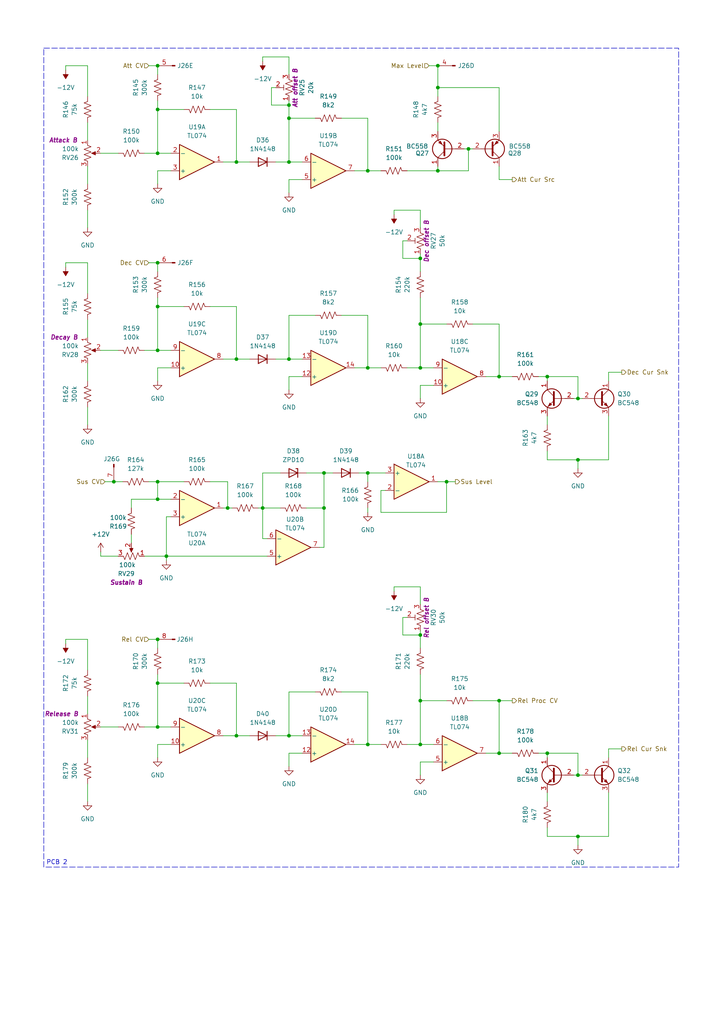
<source format=kicad_sch>
(kicad_sch (version 20250114) (generator "eeschema") (generator_version "9.0")
  (paper "A4" portrait)
  (title_block (comment 1 "PCB for 15cm Kosmo format synthesizer module"))
  (lib_symbols
    (symbol "Amplifier_Operational:TL074" (pin_names (offset 0.127))
      (property "Reference" "U" (at 0 5.08 0))
      (property "Value" "TL074" (at 0 -5.08 0))
      (symbol "TL074_1_1"
        (pin input line (at -7.62 2.54 0) (length 2.54) (name "+") (number "3"))
        (pin input line (at -7.62 -2.54 0) (length 2.54) (name "-") (number "2"))
        (pin output line (at 7.62 0 180) (length 2.54) (name "~") (number "1"))
      )
      (symbol "TL074_2_1"
        (pin input line (at -7.62 2.54 0) (length 2.54) (name "+") (number "5"))
        (pin input line (at -7.62 -2.54 0) (length 2.54) (name "-") (number "6"))
        (pin output line (at 7.62 0 180) (length 2.54) (name "~") (number "7"))
      )
      (symbol "TL074_3_1"
        (pin input line (at -7.62 2.54 0) (length 2.54) (name "+") (number "10"))
        (pin input line (at -7.62 -2.54 0) (length 2.54) (name "-") (number "9"))
        (pin output line (at 7.62 0 180) (length 2.54) (name "~") (number "8"))
      )
      (symbol "TL074_4_1"
        (pin input line (at -7.62 2.54 0) (length 2.54) (name "+") (number "12"))
        (pin input line (at -7.62 -2.54 0) (length 2.54) (name "-") (number "13"))
        (pin output line (at 7.62 0 180) (length 2.54) (name "~") (number "14"))
      )
      (symbol "TL074_5_1"
        (pin power_in line (at -2.54 7.62 270) (length 3.81) (name "V+") (number "4"))
        (pin power_in line (at -2.54 -7.62 90) (length 3.81) (name "V-") (number "11"))
      )
    )
    (symbol "Device:R_Potentiometer_Trim_US" (pin_names (offset 1.016) (hide yes))
      (property "Reference" "RV" (at -4.445 0 90))
      (property "Value" "R_Potentiometer_Trim_US" (at -2.54 0 90))
      (symbol "R_Potentiometer_Trim_US_1_1"
        (pin passive line (at 0 3.81 270) (length 1.27) (name "1") (number "1"))
        (pin passive line (at 0 -3.81 90) (length 1.27) (name "3") (number "3"))
        (pin passive line (at 3.81 0 180) (length 1.27) (name "2") (number "2"))
      )
    )
    (symbol "Device:R_Potentiometer_US" (pin_names (offset 1.016) (hide yes))
      (property "Reference" "RV" (at -4.445 0 90))
      (property "Value" "R_Potentiometer_US" (at -2.54 0 90))
      (symbol "R_Potentiometer_US_1_1"
        (pin passive line (at 0 3.81 270) (length 1.27) (name "1") (number "1"))
        (pin passive line (at 0 -3.81 90) (length 1.27) (name "3") (number "3"))
        (pin passive line (at 3.81 0 180) (length 1.27) (name "2") (number "2"))
      )
    )
    (symbol "Device:R_US" (pin_numbers (hide yes)) (pin_names (offset 0))
      (property "Reference" "R" (at 2.54 0 90))
      (property "Value" "R_US" (at -2.54 0 90))
      (symbol "R_US_1_1"
        (pin passive line (at 0 3.81 270) (length 1.27) (name "~") (number "1"))
        (pin passive line (at 0 -3.81 90) (length 1.27) (name "~") (number "2"))
      )
    )
    (symbol "Diode:1N4148" (pin_numbers (hide yes)) (pin_names (hide yes))
      (property "Reference" "D" (at 0 2.54 0))
      (property "Value" "1N4148" (at 0 -2.54 0))
      (symbol "1N4148_1_1"
        (pin passive line (at -3.81 0 0) (length 2.54) (name "K") (number "1"))
        (pin passive line (at 3.81 0 180) (length 2.54) (name "A") (number "2"))
      )
    )
    (symbol "Diode:ZPDxx" (pin_numbers (hide yes)) (pin_names (hide yes))
      (property "Reference" "D" (at 0 2.54 0))
      (property "Value" "ZPDxx" (at 0 -2.54 0))
      (symbol "ZPDxx_1_1"
        (pin passive line (at -3.81 0 0) (length 2.54) (name "K") (number "1"))
        (pin passive line (at 3.81 0 180) (length 2.54) (name "A") (number "2"))
      )
    )
    (symbol "SynthStuff:Conn_01x10_PinHeader" (pin_names (offset 1.016) (hide yes))
      (property "Reference" "J" (at 0 2.54 0))
      (symbol "Conn_01x10_PinHeader_1_1"
        (pin passive line (at 5.08 0 180) (length 3.81) (name "Pin_1") (number "1"))
      )
      (symbol "Conn_01x10_PinHeader_2_1"
        (pin passive line (at 5.08 0 180) (length 3.81) (name "Pin_2") (number "2"))
      )
      (symbol "Conn_01x10_PinHeader_3_1"
        (pin passive line (at 5.08 0 180) (length 3.81) (name "Pin_3") (number "3"))
      )
      (symbol "Conn_01x10_PinHeader_4_1"
        (pin passive line (at 5.08 0 180) (length 3.81) (name "Pin_4") (number "4"))
      )
      (symbol "Conn_01x10_PinHeader_5_1"
        (pin passive line (at 5.08 0 180) (length 3.81) (name "Pin_5") (number "5"))
      )
      (symbol "Conn_01x10_PinHeader_6_1"
        (pin passive line (at 5.08 0 180) (length 3.81) (name "Pin_6") (number "6"))
      )
      (symbol "Conn_01x10_PinHeader_7_1"
        (pin passive line (at 5.08 0 180) (length 3.81) (name "Pin_7") (number "7"))
      )
      (symbol "Conn_01x10_PinHeader_8_1"
        (pin passive line (at 5.08 0 180) (length 3.81) (name "Pin_8") (number "8"))
      )
      (symbol "Conn_01x10_PinHeader_9_1"
        (pin passive line (at 5.08 0 180) (length 3.81) (name "Pin_9") (number "9"))
      )
      (symbol "Conn_01x10_PinHeader_10_1"
        (pin passive line (at 5.08 0 180) (length 3.81) (name "Pin_10") (number "10"))
      )
    )
    (symbol "Transistor_BJT:BC548" (pin_names (offset 0) (hide yes))
      (property "Reference" "Q" (at 5.08 1.905 0))
      (property "Value" "BC548" (at 5.08 0 0))
      (symbol "BC548_1_1"
        (pin input line (at -5.08 0 0) (length 2.54) (name "B") (number "2"))
        (pin passive line (at 2.54 5.08 270) (length 2.54) (name "C") (number "1"))
        (pin passive line (at 2.54 -5.08 90) (length 2.54) (name "E") (number "3"))
      )
    )
    (symbol "Transistor_BJT:BC558" (pin_names (offset 0) (hide yes))
      (property "Reference" "Q" (at 5.08 1.905 0))
      (property "Value" "BC558" (at 5.08 0 0))
      (symbol "BC558_1_1"
        (pin input line (at -5.08 0 0) (length 2.54) (name "B") (number "2"))
        (pin passive line (at 2.54 5.08 270) (length 2.54) (name "C") (number "1"))
        (pin passive line (at 2.54 -5.08 90) (length 2.54) (name "E") (number "3"))
      )
    )
    (symbol "power:+12V" (power) (pin_numbers (hide yes)) (pin_names (offset 0) (hide yes))
      (property "Value" "+12V" (at 0 3.556 0))
      (symbol "+12V_1_1"
        (pin power_in line (at 0 0 90) (length 0) (name "~") (number "1"))
      )
    )
    (symbol "power:-12V" (power) (pin_numbers (hide yes)) (pin_names (offset 0) (hide yes))
      (property "Value" "-12V" (at 0 3.556 0))
      (symbol "-12V_0_0"
        (pin power_in line (at 0 0 90) (length 0) (name "~") (number "1"))
      )
    )
    (symbol "power:GND" (power) (pin_numbers (hide yes)) (pin_names (offset 0) (hide yes))
      (property "Value" "GND" (at 0 -3.81 0))
      (symbol "GND_1_1"
        (pin power_in line (at 0 0 270) (length 0) (name "~") (number "1"))
      )
    )
  )
  (rectangle (start 12.7 13.97) (end 196.85 251.46) (stroke (width 0) (type dash)))
  (text "PCB 2" (at 16.51 250.19 0) (effects (font (size 1.27 1.27))))
  (junction (at 167.64 242.57))
  (junction (at 144.78 109.22))
  (junction (at 93.98 137.16))
  (junction (at 127 19.05))
  (junction (at 76.2 147.32))
  (junction (at 68.58 213.36))
  (junction (at 45.72 76.2))
  (junction (at 45.72 44.45))
  (junction (at 45.72 185.42))
  (junction (at 135.89 43.18))
  (junction (at 45.72 19.05))
  (junction (at 68.58 46.99))
  (junction (at 121.92 74.93))
  (junction (at 121.92 215.9))
  (junction (at 83.82 30.48))
  (junction (at 158.75 109.22))
  (junction (at 48.26 161.29))
  (junction (at 45.72 144.78))
  (junction (at 106.68 137.16))
  (junction (at 121.92 93.98))
  (junction (at 93.98 147.32))
  (junction (at 106.68 106.68))
  (junction (at 45.72 101.6))
  (junction (at 121.92 106.68))
  (junction (at 68.58 104.14))
  (junction (at 45.72 210.82))
  (junction (at 45.72 88.9))
  (junction (at 144.78 203.2))
  (junction (at 127 49.53))
  (junction (at 129.54 139.7))
  (junction (at 167.64 224.79))
  (junction (at 106.68 215.9))
  (junction (at 83.82 46.99))
  (junction (at 158.75 218.44))
  (junction (at 45.72 198.12))
  (junction (at 121.92 184.15))
  (junction (at 144.78 218.44))
  (junction (at 83.82 34.29))
  (junction (at 66.04 147.32))
  (junction (at 121.92 203.2))
  (junction (at 33.02 139.7))
  (junction (at 106.68 49.53))
  (junction (at 127 25.4))
  (junction (at 45.72 139.7))
  (junction (at 45.72 31.75))
  (junction (at 167.64 133.35))
  (junction (at 167.64 115.57))
  (junction (at 83.82 104.14))
  (junction (at 83.82 213.36))
  (wire (pts (xy 25.4 92.71) (xy 25.4 97.79)))
  (wire (pts (xy 45.72 185.42) (xy 45.72 187.96)))
  (wire (pts (xy 64.77 104.14) (xy 68.58 104.14)))
  (wire (pts (xy 29.21 44.45) (xy 34.29 44.45)))
  (wire (pts (xy 121.92 106.68) (xy 125.73 106.68)))
  (wire (pts (xy 111.76 137.16) (xy 106.68 137.16)))
  (wire (pts (xy 176.53 107.95) (xy 176.53 110.49)))
  (wire (pts (xy 158.75 229.87) (xy 158.75 232.41)))
  (wire (pts (xy 49.53 149.86) (xy 48.26 149.86)))
  (wire (pts (xy 45.72 210.82) (xy 49.53 210.82)))
  (wire (pts (xy 158.75 218.44) (xy 167.64 218.44)))
  (wire (pts (xy 33.02 139.7) (xy 30.48 139.7)))
  (wire (pts (xy 25.4 118.11) (xy 25.4 123.19)))
  (wire (pts (xy 121.92 203.2) (xy 121.92 215.9)))
  (wire (pts (xy 106.68 49.53) (xy 110.49 49.53)))
  (wire (pts (xy 41.91 101.6) (xy 45.72 101.6)))
  (wire (pts (xy 129.54 139.7) (xy 127 139.7)))
  (wire (pts (xy 93.98 137.16) (xy 93.98 147.32)))
  (wire (pts (xy 121.92 170.18) (xy 121.92 175.26)))
  (wire (pts (xy 158.75 130.81) (xy 158.75 133.35)))
  (wire (pts (xy 41.91 210.82) (xy 45.72 210.82)))
  (wire (pts (xy 25.4 35.56) (xy 25.4 40.64)))
  (wire (pts (xy 38.1 154.94) (xy 38.1 157.48)))
  (wire (pts (xy 106.68 49.53) (xy 102.87 49.53)))
  (wire (pts (xy 80.01 213.36) (xy 83.82 213.36)))
  (wire (pts (xy 38.1 144.78) (xy 45.72 144.78)))
  (wire (pts (xy 166.37 115.57) (xy 167.64 115.57)))
  (wire (pts (xy 88.9 137.16) (xy 93.98 137.16)))
  (wire (pts (xy 114.3 62.23) (xy 114.3 60.96)))
  (wire (pts (xy 76.2 156.21) (xy 76.2 147.32)))
  (wire (pts (xy 76.2 137.16) (xy 76.2 147.32)))
  (wire (pts (xy 25.4 185.42) (xy 25.4 194.31)))
  (wire (pts (xy 68.58 88.9) (xy 68.58 104.14)))
  (wire (pts (xy 148.59 203.2) (xy 144.78 203.2)))
  (wire (pts (xy 19.05 19.05) (xy 25.4 19.05)))
  (wire (pts (xy 144.78 52.07) (xy 144.78 48.26)))
  (wire (pts (xy 167.64 115.57) (xy 168.91 115.57)))
  (wire (pts (xy 68.58 104.14) (xy 72.39 104.14)))
  (wire (pts (xy 99.06 200.66) (xy 106.68 200.66)))
  (wire (pts (xy 167.64 218.44) (xy 167.64 224.79)))
  (wire (pts (xy 158.75 242.57) (xy 167.64 242.57)))
  (wire (pts (xy 114.3 170.18) (xy 121.92 170.18)))
  (wire (pts (xy 166.37 224.79) (xy 167.64 224.79)))
  (wire (pts (xy 83.82 213.36) (xy 87.63 213.36)))
  (wire (pts (xy 45.72 86.36) (xy 45.72 88.9)))
  (wire (pts (xy 158.75 133.35) (xy 167.64 133.35)))
  (wire (pts (xy 45.72 76.2) (xy 45.72 78.74)))
  (wire (pts (xy 158.75 218.44) (xy 158.75 219.71)))
  (wire (pts (xy 144.78 218.44) (xy 148.59 218.44)))
  (wire (pts (xy 25.4 48.26) (xy 25.4 53.34)))
  (wire (pts (xy 25.4 19.05) (xy 25.4 27.94)))
  (wire (pts (xy 125.73 220.98) (xy 121.92 220.98)))
  (wire (pts (xy 158.75 109.22) (xy 158.75 110.49)))
  (wire (pts (xy 60.96 139.7) (xy 66.04 139.7)))
  (wire (pts (xy 83.82 34.29) (xy 91.44 34.29)))
  (wire (pts (xy 137.16 93.98) (xy 144.78 93.98)))
  (wire (pts (xy 25.4 105.41) (xy 25.4 110.49)))
  (wire (pts (xy 83.82 34.29) (xy 83.82 46.99)))
  (wire (pts (xy 121.92 74.93) (xy 121.92 78.74)))
  (wire (pts (xy 121.92 220.98) (xy 121.92 224.79)))
  (wire (pts (xy 102.87 215.9) (xy 106.68 215.9)))
  (wire (pts (xy 167.64 133.35) (xy 167.64 135.89)))
  (wire (pts (xy 176.53 120.65) (xy 176.53 133.35)))
  (wire (pts (xy 106.68 106.68) (xy 110.49 106.68)))
  (wire (pts (xy 110.49 142.24) (xy 110.49 148.59)))
  (wire (pts (xy 111.76 142.24) (xy 110.49 142.24)))
  (wire (pts (xy 118.11 69.85) (xy 116.84 69.85)))
  (wire (pts (xy 19.05 77.47) (xy 19.05 76.2)))
  (wire (pts (xy 76.2 147.32) (xy 74.93 147.32)))
  (wire (pts (xy 25.4 227.33) (xy 25.4 232.41)))
  (wire (pts (xy 135.89 43.18) (xy 137.16 43.18)))
  (wire (pts (xy 80.01 104.14) (xy 83.82 104.14)))
  (wire (pts (xy 106.68 137.16) (xy 106.68 139.7)))
  (wire (pts (xy 180.34 107.95) (xy 176.53 107.95)))
  (wire (pts (xy 49.53 49.53) (xy 45.72 49.53)))
  (wire (pts (xy 83.82 52.07) (xy 83.82 55.88)))
  (wire (pts (xy 43.18 76.2) (xy 45.72 76.2)))
  (wire (pts (xy 106.68 147.32) (xy 106.68 148.59)))
  (wire (pts (xy 106.68 91.44) (xy 106.68 106.68)))
  (wire (pts (xy 60.96 31.75) (xy 68.58 31.75)))
  (wire (pts (xy 124.46 19.05) (xy 127 19.05)))
  (wire (pts (xy 48.26 149.86) (xy 48.26 161.29)))
  (wire (pts (xy 45.72 44.45) (xy 49.53 44.45)))
  (wire (pts (xy 93.98 158.75) (xy 92.71 158.75)))
  (wire (pts (xy 118.11 215.9) (xy 121.92 215.9)))
  (wire (pts (xy 45.72 139.7) (xy 43.18 139.7)))
  (wire (pts (xy 48.26 161.29) (xy 48.26 162.56)))
  (wire (pts (xy 49.53 106.68) (xy 45.72 106.68)))
  (wire (pts (xy 116.84 74.93) (xy 121.92 74.93)))
  (wire (pts (xy 134.62 43.18) (xy 135.89 43.18)))
  (wire (pts (xy 80.01 46.99) (xy 83.82 46.99)))
  (wire (pts (xy 118.11 106.68) (xy 121.92 106.68)))
  (wire (pts (xy 25.4 214.63) (xy 25.4 219.71)))
  (wire (pts (xy 68.58 213.36) (xy 72.39 213.36)))
  (wire (pts (xy 137.16 203.2) (xy 144.78 203.2)))
  (wire (pts (xy 19.05 76.2) (xy 25.4 76.2)))
  (wire (pts (xy 106.68 215.9) (xy 110.49 215.9)))
  (wire (pts (xy 29.21 161.29) (xy 29.21 160.02)))
  (wire (pts (xy 66.04 147.32) (xy 64.77 147.32)))
  (wire (pts (xy 19.05 185.42) (xy 25.4 185.42)))
  (wire (pts (xy 77.47 161.29) (xy 48.26 161.29)))
  (wire (pts (xy 45.72 215.9) (xy 45.72 219.71)))
  (wire (pts (xy 144.78 203.2) (xy 144.78 218.44)))
  (wire (pts (xy 144.78 218.44) (xy 140.97 218.44)))
  (wire (pts (xy 129.54 148.59) (xy 129.54 139.7)))
  (wire (pts (xy 45.72 101.6) (xy 49.53 101.6)))
  (wire (pts (xy 127 49.53) (xy 135.89 49.53)))
  (wire (pts (xy 81.28 137.16) (xy 76.2 137.16)))
  (wire (pts (xy 25.4 76.2) (xy 25.4 85.09)))
  (wire (pts (xy 127 25.4) (xy 127 27.94)))
  (wire (pts (xy 99.06 34.29) (xy 106.68 34.29)))
  (wire (pts (xy 106.68 137.16) (xy 104.14 137.16)))
  (wire (pts (xy 132.08 139.7) (xy 129.54 139.7)))
  (wire (pts (xy 121.92 195.58) (xy 121.92 203.2)))
  (wire (pts (xy 66.04 139.7) (xy 66.04 147.32)))
  (wire (pts (xy 156.21 109.22) (xy 158.75 109.22)))
  (wire (pts (xy 121.92 111.76) (xy 121.92 115.57)))
  (wire (pts (xy 64.77 213.36) (xy 68.58 213.36)))
  (wire (pts (xy 68.58 46.99) (xy 72.39 46.99)))
  (wire (pts (xy 127 35.56) (xy 127 38.1)))
  (wire (pts (xy 114.3 60.96) (xy 121.92 60.96)))
  (wire (pts (xy 45.72 88.9) (xy 45.72 101.6)))
  (wire (pts (xy 45.72 198.12) (xy 45.72 210.82)))
  (wire (pts (xy 81.28 147.32) (xy 76.2 147.32)))
  (wire (pts (xy 129.54 203.2) (xy 121.92 203.2)))
  (wire (pts (xy 158.75 120.65) (xy 158.75 123.19)))
  (wire (pts (xy 68.58 198.12) (xy 68.58 213.36)))
  (wire (pts (xy 80.01 25.4) (xy 78.74 25.4)))
  (wire (pts (xy 34.29 161.29) (xy 29.21 161.29)))
  (wire (pts (xy 41.91 44.45) (xy 45.72 44.45)))
  (wire (pts (xy 83.82 109.22) (xy 83.82 113.03)))
  (wire (pts (xy 116.84 179.07) (xy 116.84 184.15)))
  (wire (pts (xy 158.75 109.22) (xy 167.64 109.22)))
  (wire (pts (xy 118.11 49.53) (xy 127 49.53)))
  (wire (pts (xy 83.82 29.21) (xy 83.82 30.48)))
  (wire (pts (xy 68.58 46.99) (xy 64.77 46.99)))
  (wire (pts (xy 19.05 185.42) (xy 19.05 186.69)))
  (wire (pts (xy 45.72 198.12) (xy 53.34 198.12)))
  (wire (pts (xy 87.63 218.44) (xy 83.82 218.44)))
  (wire (pts (xy 49.53 215.9) (xy 45.72 215.9)))
  (wire (pts (xy 83.82 91.44) (xy 83.82 104.14)))
  (wire (pts (xy 121.92 73.66) (xy 121.92 74.93)))
  (wire (pts (xy 167.64 109.22) (xy 167.64 115.57)))
  (wire (pts (xy 176.53 229.87) (xy 176.53 242.57)))
  (wire (pts (xy 83.82 218.44) (xy 83.82 222.25)))
  (wire (pts (xy 83.82 16.51) (xy 83.82 21.59)))
  (wire (pts (xy 83.82 104.14) (xy 87.63 104.14)))
  (wire (pts (xy 96.52 137.16) (xy 93.98 137.16)))
  (wire (pts (xy 91.44 200.66) (xy 83.82 200.66)))
  (wire (pts (xy 60.96 198.12) (xy 68.58 198.12)))
  (wire (pts (xy 83.82 46.99) (xy 87.63 46.99)))
  (wire (pts (xy 43.18 19.05) (xy 45.72 19.05)))
  (wire (pts (xy 45.72 195.58) (xy 45.72 198.12)))
  (wire (pts (xy 121.92 182.88) (xy 121.92 184.15)))
  (wire (pts (xy 45.72 144.78) (xy 49.53 144.78)))
  (wire (pts (xy 125.73 111.76) (xy 121.92 111.76)))
  (wire (pts (xy 45.72 31.75) (xy 45.72 44.45)))
  (wire (pts (xy 43.18 185.42) (xy 45.72 185.42)))
  (wire (pts (xy 29.21 101.6) (xy 34.29 101.6)))
  (wire (pts (xy 45.72 139.7) (xy 45.72 144.78)))
  (wire (pts (xy 148.59 52.07) (xy 144.78 52.07)))
  (wire (pts (xy 78.74 30.48) (xy 83.82 30.48)))
  (wire (pts (xy 35.56 139.7) (xy 33.02 139.7)))
  (wire (pts (xy 121.92 60.96) (xy 121.92 66.04)))
  (wire (pts (xy 110.49 148.59) (xy 129.54 148.59)))
  (wire (pts (xy 135.89 49.53) (xy 135.89 43.18)))
  (wire (pts (xy 29.21 210.82) (xy 34.29 210.82)))
  (wire (pts (xy 118.11 179.07) (xy 116.84 179.07)))
  (wire (pts (xy 106.68 34.29) (xy 106.68 49.53)))
  (wire (pts (xy 167.64 242.57) (xy 167.64 245.11)))
  (wire (pts (xy 121.92 93.98) (xy 121.92 106.68)))
  (wire (pts (xy 144.78 25.4) (xy 127 25.4)))
  (wire (pts (xy 116.84 69.85) (xy 116.84 74.93)))
  (wire (pts (xy 180.34 217.17) (xy 176.53 217.17)))
  (wire (pts (xy 158.75 240.03) (xy 158.75 242.57)))
  (wire (pts (xy 129.54 93.98) (xy 121.92 93.98)))
  (wire (pts (xy 106.68 200.66) (xy 106.68 215.9)))
  (wire (pts (xy 127 19.05) (xy 127 25.4)))
  (wire (pts (xy 76.2 17.78) (xy 76.2 16.51)))
  (wire (pts (xy 114.3 171.45) (xy 114.3 170.18)))
  (wire (pts (xy 68.58 31.75) (xy 68.58 46.99)))
  (wire (pts (xy 144.78 109.22) (xy 148.59 109.22)))
  (wire (pts (xy 176.53 217.17) (xy 176.53 219.71)))
  (wire (pts (xy 91.44 91.44) (xy 83.82 91.44)))
  (wire (pts (xy 48.26 161.29) (xy 41.91 161.29)))
  (wire (pts (xy 45.72 31.75) (xy 53.34 31.75)))
  (wire (pts (xy 93.98 147.32) (xy 93.98 158.75)))
  (wire (pts (xy 25.4 60.96) (xy 25.4 66.04)))
  (wire (pts (xy 87.63 109.22) (xy 83.82 109.22)))
  (wire (pts (xy 45.72 49.53) (xy 45.72 53.34)))
  (wire (pts (xy 102.87 106.68) (xy 106.68 106.68)))
  (wire (pts (xy 76.2 16.51) (xy 83.82 16.51)))
  (wire (pts (xy 25.4 201.93) (xy 25.4 207.01)))
  (wire (pts (xy 53.34 139.7) (xy 45.72 139.7)))
  (wire (pts (xy 116.84 184.15) (xy 121.92 184.15)))
  (wire (pts (xy 83.82 30.48) (xy 83.82 34.29)))
  (wire (pts (xy 19.05 20.32) (xy 19.05 19.05)))
  (wire (pts (xy 144.78 109.22) (xy 140.97 109.22)))
  (wire (pts (xy 77.47 156.21) (xy 76.2 156.21)))
  (wire (pts (xy 144.78 93.98) (xy 144.78 109.22)))
  (wire (pts (xy 99.06 91.44) (xy 106.68 91.44)))
  (wire (pts (xy 167.64 224.79) (xy 168.91 224.79)))
  (wire (pts (xy 156.21 218.44) (xy 158.75 218.44)))
  (wire (pts (xy 121.92 184.15) (xy 121.92 187.96)))
  (wire (pts (xy 144.78 38.1) (xy 144.78 25.4)))
  (wire (pts (xy 87.63 52.07) (xy 83.82 52.07)))
  (wire (pts (xy 127 49.53) (xy 127 48.26)))
  (wire (pts (xy 45.72 19.05) (xy 45.72 21.59)))
  (wire (pts (xy 88.9 147.32) (xy 93.98 147.32)))
  (wire (pts (xy 67.31 147.32) (xy 66.04 147.32)))
  (wire (pts (xy 83.82 200.66) (xy 83.82 213.36)))
  (wire (pts (xy 60.96 88.9) (xy 68.58 88.9)))
  (wire (pts (xy 45.72 106.68) (xy 45.72 110.49)))
  (wire (pts (xy 45.72 29.21) (xy 45.72 31.75)))
  (wire (pts (xy 121.92 86.36) (xy 121.92 93.98)))
  (wire (pts (xy 121.92 215.9) (xy 125.73 215.9)))
  (wire (pts (xy 38.1 147.32) (xy 38.1 144.78)))
  (wire (pts (xy 78.74 25.4) (xy 78.74 30.48)))
  (wire (pts (xy 176.53 133.35) (xy 167.64 133.35)))
  (wire (pts (xy 45.72 88.9) (xy 53.34 88.9)))
  (wire (pts (xy 176.53 242.57) (xy 167.64 242.57)))
  (hierarchical_label "Max Level" (shape input) (at 124.46 19.05 180))
  (hierarchical_label "Att CV" (shape input) (at 43.18 19.05 180))
  (hierarchical_label "Sus Level" (shape output) (at 132.08 139.7 0))
  (hierarchical_label "Rel CV" (shape input) (at 43.18 185.42 180))
  (hierarchical_label "Sus CV" (shape input) (at 30.48 139.7 180))
  (hierarchical_label "Dec Cur Snk" (shape output) (at 180.34 107.95 0))
  (hierarchical_label "Dec CV" (shape input) (at 43.18 76.2 180))
  (hierarchical_label "Rel Cur Snk" (shape output) (at 180.34 217.17 0))
  (hierarchical_label "Att Cur Src" (shape output) (at 148.59 52.07 0))
  (hierarchical_label "Rel Proc CV" (shape output) (at 148.59 203.2 0))
  (symbol (lib_id "Device:R_US") (at 95.25 91.44 90) (mirror x) (unit 1)
    (property "Reference" "R157" (at 95.25 85.09 90))
    (property "Value" "8k2" (at 95.25 87.63 90))
    (property "Footprint" "Resistor_THT:R_Axial_DIN0207_L6.3mm_D2.5mm_P7.62mm_Horizontal" (effects (hide yes)))
    (property "Description" "Resistor, US symbol" (effects (hide yes)))
  )
  (symbol (lib_id "power:GND") (at 25.4 232.41 0) (unit 1)
    (property "Reference" "#PWR0153" (effects (hide yes)))
    (property "Value" "GND" (at 25.4 237.49 0))
    (property "Description" "Power symbol creates a global label with name \"GND\" , ground" (effects (hide yes)))
  )
  (symbol (lib_id "power:-12V") (at 114.3 171.45 180) (unit 1)
    (property "Reference" "#PWR0148" (effects (hide yes)))
    (property "Value" "-12V" (at 114.3 176.53 0))
    (property "Description" "Power symbol creates a global label with name \"-12V\"" (effects (hide yes)))
  )
  (symbol (lib_id "Device:R_US") (at 38.1 44.45 90) (mirror x) (unit 1)
    (property "Reference" "R150" (at 38.1 38.1 90))
    (property "Value" "100k" (at 38.1 40.64 90))
    (property "Footprint" "Resistor_THT:R_Axial_DIN0207_L6.3mm_D2.5mm_P7.62mm_Horizontal" (effects (hide yes)))
    (property "Description" "Resistor, US symbol" (effects (hide yes)))
  )
  (symbol (lib_id "Device:R_US") (at 45.72 191.77 0) (mirror x) (unit 1)
    (property "Reference" "R170" (at 39.37 191.77 90))
    (property "Value" "300k" (at 41.91 191.77 90))
    (property "Footprint" "Resistor_THT:R_Axial_DIN0207_L6.3mm_D2.5mm_P7.62mm_Horizontal" (effects (hide yes)))
    (property "Description" "Resistor, US symbol" (effects (hide yes)))
  )
  (symbol (lib_id "Device:R_US") (at 25.4 223.52 0) (mirror x) (unit 1)
    (property "Reference" "R179" (at 19.05 223.52 90))
    (property "Value" "300k" (at 21.59 223.52 90))
    (property "Footprint" "Resistor_THT:R_Axial_DIN0207_L6.3mm_D2.5mm_P7.62mm_Horizontal" (effects (hide yes)))
    (property "Description" "Resistor, US symbol" (effects (hide yes)))
  )
  (symbol (lib_id "power:GND") (at 167.64 245.11 0) (unit 1)
    (property "Reference" "#PWR0154" (effects (hide yes)))
    (property "Value" "GND" (at 167.64 250.19 0))
    (property "Description" "Power symbol creates a global label with name \"GND\" , ground" (effects (hide yes)))
  )
  (symbol (lib_id "power:-12V") (at 19.05 77.47 180) (unit 1)
    (property "Reference" "#PWR0139" (effects (hide yes)))
    (property "Value" "-12V" (at 19.05 82.55 0))
    (property "Description" "Power symbol creates a global label with name \"-12V\"" (effects (hide yes)))
  )
  (symbol (lib_id "Device:R_Potentiometer_Trim_US") (at 121.92 69.85 180) (unit 1)
    (property "Reference" "RV27" (at 125.73 69.85 90))
    (property "Value" "50k" (at 128.27 69.85 90))
    (property "Footprint" "Potentiometer_THT:Potentiometer_Bourns_3296X_Horizontal" (effects (hide yes)))
    (property "Description" "Trim-potentiometer, US symbol" (effects (hide yes)))
    (property "Function" "Dec offset B" (at 123.698 69.85 90) (effects (font (thickness 0.254) (bold yes) (italic yes))))
  )
  (symbol (lib_id "Device:R_US") (at 71.12 147.32 90) (mirror x) (unit 1)
    (property "Reference" "R167" (at 71.12 140.97 90))
    (property "Value" "100k" (at 71.12 143.51 90))
    (property "Footprint" "Resistor_THT:R_Axial_DIN0207_L6.3mm_D2.5mm_P7.62mm_Horizontal" (effects (hide yes)))
    (property "Description" "Resistor, US symbol" (effects (hide yes)))
  )
  (symbol (lib_id "Transistor_BJT:BC558") (at 129.54 43.18 180) (unit 1)
    (property "Reference" "Q27" (at 124.46 44.4501 0) (effects (justify left)))
    (property "Value" "BC558" (at 124.206 42.418 0) (effects (justify left)))
    (property "Footprint" "Package_TO_SOT_THT:TO-92L_Inline_Wide" (effects (hide yes)))
    (property "Datasheet" "https://www.onsemi.com/pub/Collateral/BC556BTA-D.pdf" (effects (hide yes)))
    (property "Description" "0.1A Ic, 30V Vce, PNP Small Signal Transistor, TO-92" (effects (hide yes)))
  )
  (symbol (lib_id "Device:R_US") (at 127 31.75 0) (mirror x) (unit 1)
    (property "Reference" "R148" (at 120.65 31.75 90))
    (property "Value" "4k7" (at 123.19 31.75 90))
    (property "Footprint" "Resistor_THT:R_Axial_DIN0207_L6.3mm_D2.5mm_P7.62mm_Horizontal" (effects (hide yes)))
    (property "Description" "Resistor, US symbol" (effects (hide yes)))
  )
  (symbol (lib_id "Device:R_US") (at 57.15 31.75 90) (mirror x) (unit 1)
    (property "Reference" "R147" (at 57.15 25.4 90))
    (property "Value" "10k" (at 57.15 27.94 90))
    (property "Footprint" "Resistor_THT:R_Axial_DIN0207_L6.3mm_D2.5mm_P7.62mm_Horizontal" (effects (hide yes)))
    (property "Description" "Resistor, US symbol" (effects (hide yes)))
  )
  (symbol (lib_id "power:GND") (at 83.82 55.88 0) (unit 1)
    (property "Reference" "#PWR0136" (effects (hide yes)))
    (property "Value" "GND" (at 83.82 60.96 0))
    (property "Description" "Power symbol creates a global label with name \"GND\" , ground" (effects (hide yes)))
  )
  (symbol (lib_id "Device:R_US") (at 114.3 49.53 90) (mirror x) (unit 1)
    (property "Reference" "R151" (at 114.3 43.18 90))
    (property "Value" "100k" (at 114.3 45.72 90))
    (property "Footprint" "Resistor_THT:R_Axial_DIN0207_L6.3mm_D2.5mm_P7.62mm_Horizontal" (effects (hide yes)))
    (property "Description" "Resistor, US symbol" (effects (hide yes)))
  )
  (symbol (lib_id "Device:R_US") (at 45.72 82.55 0) (mirror x) (unit 1)
    (property "Reference" "R153" (at 39.37 82.55 90))
    (property "Value" "300k" (at 41.91 82.55 90))
    (property "Footprint" "Resistor_THT:R_Axial_DIN0207_L6.3mm_D2.5mm_P7.62mm_Horizontal" (effects (hide yes)))
    (property "Description" "Resistor, US symbol" (effects (hide yes)))
  )
  (symbol (lib_id "Amplifier_Operational:TL074") (at 119.38 139.7 0) (unit 1)
    (property "Reference" "U18" (at 120.65 132.334 0))
    (property "Value" "TL074" (at 120.65 134.874 0))
    (property "Footprint" "Package_DIP:DIP-14_W7.62mm_Socket" (effects (hide yes)))
    (property "Datasheet" "http://www.ti.com/lit/ds/symlink/tl071.pdf" (effects (hide yes)))
    (property "Description" "Quad Low-Noise JFET-Input Operational Amplifiers, DIP-14/SOIC-14" (effects (hide yes)))
  )
  (symbol (lib_id "power:GND") (at 167.64 135.89 0) (unit 1)
    (property "Reference" "#PWR0144" (effects (hide yes)))
    (property "Value" "GND" (at 167.64 140.97 0))
    (property "Description" "Power symbol creates a global label with name \"GND\" , ground" (effects (hide yes)))
  )
  (symbol (lib_id "Device:R_US") (at 45.72 25.4 0) (mirror x) (unit 1)
    (property "Reference" "R145" (at 39.37 25.4 90))
    (property "Value" "300k" (at 41.91 25.4 90))
    (property "Footprint" "Resistor_THT:R_Axial_DIN0207_L6.3mm_D2.5mm_P7.62mm_Horizontal" (effects (hide yes)))
    (property "Description" "Resistor, US symbol" (effects (hide yes)))
  )
  (symbol (lib_id "Amplifier_Operational:TL074") (at 133.35 218.44 0) (mirror x) (unit 2)
    (property "Reference" "U18" (at 133.35 208.28 0))
    (property "Value" "TL074" (at 133.35 210.82 0))
    (property "Footprint" "Package_DIP:DIP-14_W7.62mm_Socket" (effects (hide yes)))
    (property "Datasheet" "http://www.ti.com/lit/ds/symlink/tl071.pdf" (effects (hide yes)))
    (property "Description" "Quad Low-Noise JFET-Input Operational Amplifiers, DIP-14/SOIC-14" (effects (hide yes)))
  )
  (symbol (lib_id "Transistor_BJT:BC548") (at 173.99 115.57 0) (unit 1)
    (property "Reference" "Q30" (at 179.07 114.2999 0) (effects (justify left)))
    (property "Value" "BC548" (at 179.07 116.8399 0) (effects (justify left)))
    (property "Footprint" "Package_TO_SOT_THT:TO-92L_Inline_Wide" (effects (hide yes)))
    (property "Datasheet" "https://www.onsemi.com/pub/Collateral/BC550-D.pdf" (effects (hide yes)))
    (property "Description" "0.1A Ic, 30V Vce, Small Signal NPN Transistor, TO-92" (effects (hide yes)))
  )
  (symbol (lib_id "Transistor_BJT:BC548") (at 173.99 224.79 0) (unit 1)
    (property "Reference" "Q32" (at 179.07 223.5199 0) (effects (justify left)))
    (property "Value" "BC548" (at 179.07 226.0599 0) (effects (justify left)))
    (property "Footprint" "Package_TO_SOT_THT:TO-92L_Inline_Wide" (effects (hide yes)))
    (property "Datasheet" "https://www.onsemi.com/pub/Collateral/BC550-D.pdf" (effects (hide yes)))
    (property "Description" "0.1A Ic, 30V Vce, Small Signal NPN Transistor, TO-92" (effects (hide yes)))
  )
  (symbol (lib_id "Device:R_Potentiometer_Trim_US") (at 83.82 25.4 180) (unit 1)
    (property "Reference" "RV25" (at 87.63 25.4 90))
    (property "Value" "20k" (at 90.17 25.4 90))
    (property "Footprint" "Potentiometer_THT:Potentiometer_Bourns_3296X_Horizontal" (effects (hide yes)))
    (property "Description" "Trim-potentiometer, US symbol" (effects (hide yes)))
    (property "Function" "Att offset B" (at 85.598 25.4 90) (effects (font (thickness 0.254) (bold yes) (italic yes))))
  )
  (symbol (lib_id "Device:R_US") (at 85.09 147.32 90) (mirror x) (unit 1)
    (property "Reference" "R168" (at 85.09 140.97 90))
    (property "Value" "100k" (at 85.09 143.51 90))
    (property "Footprint" "Resistor_THT:R_Axial_DIN0207_L6.3mm_D2.5mm_P7.62mm_Horizontal" (effects (hide yes)))
    (property "Description" "Resistor, US symbol" (effects (hide yes)))
  )
  (symbol (lib_id "Device:R_US") (at 38.1 101.6 90) (mirror x) (unit 1)
    (property "Reference" "R159" (at 38.1 95.25 90))
    (property "Value" "100k" (at 38.1 97.79 90))
    (property "Footprint" "Resistor_THT:R_Axial_DIN0207_L6.3mm_D2.5mm_P7.62mm_Horizontal" (effects (hide yes)))
    (property "Description" "Resistor, US symbol" (effects (hide yes)))
  )
  (symbol (lib_id "SynthStuff:Conn_01x10_PinHeader") (at 33.02 134.62 270) (unit 7)
    (property "Reference" "J26" (at 29.972 133.096 90) (effects (justify left)))
    (property "Value" "Conn_01x10_PinHeader" (effects (hide yes)))
    (property "Footprint" "Connector_PinSocket_2.54mm:PinSocket_1x10_P2.54mm_Vertical" (effects (hide yes)))
    (property "Description" "Generic connector, single row, 01x10" (effects (hide yes)))
  )
  (symbol (lib_id "Device:R_US") (at 57.15 198.12 90) (mirror x) (unit 1)
    (property "Reference" "R173" (at 57.15 191.77 90))
    (property "Value" "10k" (at 57.15 194.31 90))
    (property "Footprint" "Resistor_THT:R_Axial_DIN0207_L6.3mm_D2.5mm_P7.62mm_Horizontal" (effects (hide yes)))
    (property "Description" "Resistor, US symbol" (effects (hide yes)))
  )
  (symbol (lib_id "Diode:ZPDxx") (at 85.09 137.16 0) (mirror y) (unit 1)
    (property "Reference" "D38" (at 85.09 130.81 0))
    (property "Value" "ZPD10" (at 85.09 133.35 0))
    (property "Footprint" "Diode_THT:D_DO-35_SOD27_P7.62mm_Horizontal" (effects (hide yes)))
    (property "Datasheet" "http://diotec.com/tl_files/diotec/files/pdf/datasheets/zpd1" (effects (hide yes)))
    (property "Description" "500mW Zener Diode, DO-35" (effects (hide yes)))
  )
  (symbol (lib_id "Device:R_US") (at 152.4 109.22 90) (mirror x) (unit 1)
    (property "Reference" "R161" (at 152.4 102.87 90))
    (property "Value" "100k" (at 152.4 105.41 90))
    (property "Footprint" "Resistor_THT:R_Axial_DIN0207_L6.3mm_D2.5mm_P7.62mm_Horizontal" (effects (hide yes)))
    (property "Description" "Resistor, US symbol" (effects (hide yes)))
  )
  (symbol (lib_id "Transistor_BJT:BC558") (at 142.24 43.18 0) (mirror x) (unit 1)
    (property "Reference" "Q28" (at 147.32 44.4501 0) (effects (justify left)))
    (property "Value" "BC558" (at 147.574 42.418 0) (effects (justify left)))
    (property "Footprint" "Package_TO_SOT_THT:TO-92L_Inline_Wide" (effects (hide yes)))
    (property "Datasheet" "https://www.onsemi.com/pub/Collateral/BC556BTA-D.pdf" (effects (hide yes)))
    (property "Description" "0.1A Ic, 30V Vce, PNP Small Signal Transistor, TO-92" (effects (hide yes)))
  )
  (symbol (lib_id "Amplifier_Operational:TL074") (at 95.25 49.53 0) (mirror x) (unit 2)
    (property "Reference" "U19" (at 95.25 39.37 0))
    (property "Value" "TL074" (at 95.25 41.91 0))
    (property "Footprint" "Package_DIP:DIP-14_W7.62mm_Socket" (effects (hide yes)))
    (property "Datasheet" "http://www.ti.com/lit/ds/symlink/tl071.pdf" (effects (hide yes)))
    (property "Description" "Quad Low-Noise JFET-Input Operational Amplifiers, DIP-14/SOIC-14" (effects (hide yes)))
  )
  (symbol (lib_id "Amplifier_Operational:TL074") (at 57.15 213.36 0) (mirror x) (unit 3)
    (property "Reference" "U20" (at 57.15 203.2 0))
    (property "Value" "TL074" (at 57.15 205.74 0))
    (property "Footprint" "Package_DIP:DIP-14_W7.62mm_Socket" (effects (hide yes)))
    (property "Datasheet" "http://www.ti.com/lit/ds/symlink/tl071.pdf" (effects (hide yes)))
    (property "Description" "Quad Low-Noise JFET-Input Operational Amplifiers, DIP-14/SOIC-14" (effects (hide yes)))
  )
  (symbol (lib_id "Transistor_BJT:BC548") (at 161.29 224.79 0) (mirror y) (unit 1)
    (property "Reference" "Q31" (at 156.21 223.5199 0) (effects (justify left)))
    (property "Value" "BC548" (at 156.21 226.0599 0) (effects (justify left)))
    (property "Footprint" "Package_TO_SOT_THT:TO-92L_Inline_Wide" (effects (hide yes)))
    (property "Datasheet" "https://www.onsemi.com/pub/Collateral/BC550-D.pdf" (effects (hide yes)))
    (property "Description" "0.1A Ic, 30V Vce, Small Signal NPN Transistor, TO-92" (effects (hide yes)))
  )
  (symbol (lib_id "Amplifier_Operational:TL074") (at 95.25 215.9 0) (mirror x) (unit 4)
    (property "Reference" "U20" (at 95.25 205.74 0))
    (property "Value" "TL074" (at 95.25 208.28 0))
    (property "Footprint" "Package_DIP:DIP-14_W7.62mm_Socket" (effects (hide yes)))
    (property "Datasheet" "http://www.ti.com/lit/ds/symlink/tl071.pdf" (effects (hide yes)))
    (property "Description" "Quad Low-Noise JFET-Input Operational Amplifiers, DIP-14/SOIC-14" (effects (hide yes)))
  )
  (symbol (lib_id "Device:R_Potentiometer_Trim_US") (at 121.92 179.07 180) (unit 1)
    (property "Reference" "RV30" (at 125.73 179.07 90))
    (property "Value" "50k" (at 128.27 179.07 90))
    (property "Footprint" "Potentiometer_THT:Potentiometer_Bourns_3296X_Horizontal" (effects (hide yes)))
    (property "Description" "Trim-potentiometer, US symbol" (effects (hide yes)))
    (property "Function" "Rel offset B" (at 123.698 179.07 90) (effects (font (thickness 0.254) (bold yes) (italic yes))))
  )
  (symbol (lib_id "Diode:1N4148") (at 76.2 104.14 180) (unit 1)
    (property "Reference" "D37" (at 76.2 97.79 0))
    (property "Value" "1N4148" (at 76.2 100.33 0))
    (property "Footprint" "Diode_THT:D_DO-35_SOD27_P7.62mm_Horizontal" (effects (hide yes)))
    (property "Datasheet" "https://assets.nexperia.com/documents/data-sheet/1N4148_1N4448.pdf" (effects (hide yes)))
    (property "Description" "100V 0.15A standard switching diode, DO-35" (effects (hide yes)))
    (property "Sim.Device" "D" (effects (hide yes)))
    (property "Sim.Pins" "1=K 2=A" (effects (hide yes)))
  )
  (symbol (lib_id "Device:R_US") (at 25.4 198.12 0) (mirror x) (unit 1)
    (property "Reference" "R172" (at 19.05 198.12 90))
    (property "Value" "75k" (at 21.59 198.12 90))
    (property "Footprint" "Resistor_THT:R_Axial_DIN0207_L6.3mm_D2.5mm_P7.62mm_Horizontal" (effects (hide yes)))
    (property "Description" "Resistor, US symbol" (effects (hide yes)))
  )
  (symbol (lib_id "power:-12V") (at 76.2 17.78 180) (unit 1)
    (property "Reference" "#PWR0133" (effects (hide yes)))
    (property "Value" "-12V" (at 76.2 22.86 0))
    (property "Description" "Power symbol creates a global label with name \"-12V\"" (effects (hide yes)))
  )
  (symbol (lib_id "Device:R_US") (at 38.1 151.13 0) (mirror x) (unit 1)
    (property "Reference" "R169" (at 34.29 152.654 0))
    (property "Value" "100k" (at 34.29 150.114 0))
    (property "Footprint" "Resistor_THT:R_Axial_DIN0207_L6.3mm_D2.5mm_P7.62mm_Horizontal" (effects (hide yes)))
    (property "Description" "Resistor, US symbol" (effects (hide yes)))
  )
  (symbol (lib_id "power:+12V") (at 29.21 160.02 0) (mirror y) (unit 1)
    (property "Reference" "#PWR0146" (effects (hide yes)))
    (property "Value" "+12V" (at 29.21 154.94 0))
    (property "Description" "Power symbol creates a global label with name \"+12V\"" (effects (hide yes)))
  )
  (symbol (lib_id "power:GND") (at 25.4 66.04 0) (unit 1)
    (property "Reference" "#PWR0138" (effects (hide yes)))
    (property "Value" "GND" (at 25.4 71.12 0))
    (property "Description" "Power symbol creates a global label with name \"GND\" , ground" (effects (hide yes)))
  )
  (symbol (lib_id "Device:R_US") (at 152.4 218.44 90) (mirror x) (unit 1)
    (property "Reference" "R178" (at 152.4 212.09 90))
    (property "Value" "100k" (at 152.4 214.63 90))
    (property "Footprint" "Resistor_THT:R_Axial_DIN0207_L6.3mm_D2.5mm_P7.62mm_Horizontal" (effects (hide yes)))
    (property "Description" "Resistor, US symbol" (effects (hide yes)))
  )
  (symbol (lib_id "Device:R_US") (at 121.92 82.55 0) (mirror x) (unit 1)
    (property "Reference" "R154" (at 115.57 82.55 90))
    (property "Value" "220k" (at 118.11 82.55 90))
    (property "Footprint" "Resistor_THT:R_Axial_DIN0207_L6.3mm_D2.5mm_P7.62mm_Horizontal" (effects (hide yes)))
    (property "Description" "Resistor, US symbol" (effects (hide yes)))
  )
  (symbol (lib_id "Device:R_US") (at 39.37 139.7 90) (mirror x) (unit 1)
    (property "Reference" "R164" (at 39.37 133.35 90))
    (property "Value" "127k" (at 39.37 135.89 90))
    (property "Footprint" "Resistor_THT:R_Axial_DIN0207_L6.3mm_D2.5mm_P7.62mm_Horizontal" (effects (hide yes)))
    (property "Description" "Resistor, US symbol" (effects (hide yes)))
  )
  (symbol (lib_id "SynthStuff:Conn_01x10_PinHeader") (at 50.8 19.05 180) (unit 5)
    (property "Reference" "J26" (at 56.134 19.05 0) (effects (justify left)))
    (property "Value" "Conn_01x10_PinHeader" (effects (hide yes)))
    (property "Footprint" "Connector_PinSocket_2.54mm:PinSocket_1x10_P2.54mm_Vertical" (effects (hide yes)))
    (property "Description" "Generic connector, single row, 01x10" (effects (hide yes)))
  )
  (symbol (lib_id "Device:R_Potentiometer_US") (at 25.4 44.45 0) (unit 1)
    (property "Reference" "RV26" (at 22.86 45.7201 0) (effects (justify right)))
    (property "Value" "100k" (at 22.86 43.1801 0) (effects (justify right)))
    (property "Footprint" "SynthStuff:Potentiometer_Alpha_RD901F-40-00D_Single_Vertical" (effects (hide yes)))
    (property "Description" "Potentiometer, US symbol" (effects (hide yes)))
    (property "Function" "Attack B" (at 18.288 40.64 0) (effects (font (thickness 0.254) (bold yes) (italic yes))))
  )
  (symbol (lib_id "Amplifier_Operational:TL074") (at 85.09 158.75 0) (mirror x) (unit 2)
    (property "Reference" "U20" (at 85.598 150.622 0))
    (property "Value" "TL074" (at 85.598 153.162 0))
    (property "Footprint" "Package_DIP:DIP-14_W7.62mm_Socket" (effects (hide yes)))
    (property "Datasheet" "http://www.ti.com/lit/ds/symlink/tl071.pdf" (effects (hide yes)))
    (property "Description" "Quad Low-Noise JFET-Input Operational Amplifiers, DIP-14/SOIC-14" (effects (hide yes)))
  )
  (symbol (lib_id "Device:R_US") (at 158.75 236.22 0) (mirror x) (unit 1)
    (property "Reference" "R180" (at 152.4 236.22 90))
    (property "Value" "4k7" (at 154.94 236.22 90))
    (property "Footprint" "Resistor_THT:R_Axial_DIN0207_L6.3mm_D2.5mm_P7.62mm_Horizontal" (effects (hide yes)))
    (property "Description" "Resistor, US symbol" (effects (hide yes)))
  )
  (symbol (lib_id "SynthStuff:Conn_01x10_PinHeader") (at 132.08 19.05 180) (unit 4)
    (property "Reference" "J26" (at 137.668 19.05 0) (effects (justify left)))
    (property "Value" "Conn_01x10_PinHeader" (effects (hide yes)))
    (property "Footprint" "Connector_PinSocket_2.54mm:PinSocket_1x10_P2.54mm_Vertical" (effects (hide yes)))
    (property "Description" "Generic connector, single row, 01x10" (effects (hide yes)))
  )
  (symbol (lib_id "Amplifier_Operational:TL074") (at 57.15 46.99 0) (mirror x) (unit 1)
    (property "Reference" "U19" (at 57.15 36.83 0))
    (property "Value" "TL074" (at 57.15 39.37 0))
    (property "Footprint" "Package_DIP:DIP-14_W7.62mm_Socket" (effects (hide yes)))
    (property "Datasheet" "http://www.ti.com/lit/ds/symlink/tl071.pdf" (effects (hide yes)))
    (property "Description" "Quad Low-Noise JFET-Input Operational Amplifiers, DIP-14/SOIC-14" (effects (hide yes)))
  )
  (symbol (lib_id "Device:R_Potentiometer_US") (at 25.4 210.82 0) (unit 1)
    (property "Reference" "RV31" (at 22.86 212.0901 0) (effects (justify right)))
    (property "Value" "100k" (at 22.86 209.5501 0) (effects (justify right)))
    (property "Footprint" "SynthStuff:Potentiometer_Alpha_RD901F-40-00D_Single_Vertical" (effects (hide yes)))
    (property "Description" "Potentiometer, US symbol" (effects (hide yes)))
    (property "Function" "Release B" (at 17.78 207.01 0) (effects (font (thickness 0.254) (bold yes) (italic yes))))
  )
  (symbol (lib_id "SynthStuff:Conn_01x10_PinHeader") (at 50.8 76.2 180) (unit 6)
    (property "Reference" "J26" (at 56.134 76.2 0) (effects (justify left)))
    (property "Value" "Conn_01x10_PinHeader" (effects (hide yes)))
    (property "Footprint" "Connector_PinSocket_2.54mm:PinSocket_1x10_P2.54mm_Vertical" (effects (hide yes)))
    (property "Description" "Generic connector, single row, 01x10" (effects (hide yes)))
  )
  (symbol (lib_id "Device:R_US") (at 25.4 31.75 0) (mirror x) (unit 1)
    (property "Reference" "R146" (at 19.05 31.75 90))
    (property "Value" "75k" (at 21.59 31.75 90))
    (property "Footprint" "Resistor_THT:R_Axial_DIN0207_L6.3mm_D2.5mm_P7.62mm_Horizontal" (effects (hide yes)))
    (property "Description" "Resistor, US symbol" (effects (hide yes)))
  )
  (symbol (lib_id "power:-12V") (at 19.05 20.32 180) (unit 1)
    (property "Reference" "#PWR0134" (effects (hide yes)))
    (property "Value" "-12V" (at 19.05 25.4 0))
    (property "Description" "Power symbol creates a global label with name \"-12V\"" (effects (hide yes)))
  )
  (symbol (lib_id "Device:R_Potentiometer_US") (at 38.1 161.29 270) (mirror x) (unit 1)
    (property "Reference" "RV29" (at 39.1159 166.37 90) (effects (justify right)))
    (property "Value" "100k" (at 39.3699 163.83 90) (effects (justify right)))
    (property "Footprint" "SynthStuff:Potentiometer_Alpha_RD901F-40-00D_Single_Vertical" (effects (hide yes)))
    (property "Description" "Potentiometer, US symbol" (effects (hide yes)))
    (property "Function" "Sustain B" (at 36.576 168.91 90) (effects (font (thickness 0.254) (bold yes) (italic yes))))
  )
  (symbol (lib_id "power:GND") (at 45.72 53.34 0) (unit 1)
    (property "Reference" "#PWR0135" (effects (hide yes)))
    (property "Value" "GND" (at 45.72 58.42 0))
    (property "Description" "Power symbol creates a global label with name \"GND\" , ground" (effects (hide yes)))
  )
  (symbol (lib_id "Device:R_US") (at 57.15 88.9 90) (mirror x) (unit 1)
    (property "Reference" "R156" (at 57.15 82.55 90))
    (property "Value" "10k" (at 57.15 85.09 90))
    (property "Footprint" "Resistor_THT:R_Axial_DIN0207_L6.3mm_D2.5mm_P7.62mm_Horizontal" (effects (hide yes)))
    (property "Description" "Resistor, US symbol" (effects (hide yes)))
  )
  (symbol (lib_id "Device:R_US") (at 114.3 215.9 90) (mirror x) (unit 1)
    (property "Reference" "R177" (at 114.3 209.55 90))
    (property "Value" "10k" (at 114.3 212.09 90))
    (property "Footprint" "Resistor_THT:R_Axial_DIN0207_L6.3mm_D2.5mm_P7.62mm_Horizontal" (effects (hide yes)))
    (property "Description" "Resistor, US symbol" (effects (hide yes)))
  )
  (symbol (lib_id "Diode:1N4148") (at 76.2 213.36 180) (unit 1)
    (property "Reference" "D40" (at 76.2 207.01 0))
    (property "Value" "1N4148" (at 76.2 209.55 0))
    (property "Footprint" "Diode_THT:D_DO-35_SOD27_P7.62mm_Horizontal" (effects (hide yes)))
    (property "Datasheet" "https://assets.nexperia.com/documents/data-sheet/1N4148_1N4448.pdf" (effects (hide yes)))
    (property "Description" "100V 0.15A standard switching diode, DO-35" (effects (hide yes)))
    (property "Sim.Device" "D" (effects (hide yes)))
    (property "Sim.Pins" "1=K 2=A" (effects (hide yes)))
  )
  (symbol (lib_id "Device:R_US") (at 133.35 203.2 90) (mirror x) (unit 1)
    (property "Reference" "R175" (at 133.35 196.85 90))
    (property "Value" "10k" (at 133.35 199.39 90))
    (property "Footprint" "Resistor_THT:R_Axial_DIN0207_L6.3mm_D2.5mm_P7.62mm_Horizontal" (effects (hide yes)))
    (property "Description" "Resistor, US symbol" (effects (hide yes)))
  )
  (symbol (lib_id "Device:R_US") (at 38.1 210.82 90) (mirror x) (unit 1)
    (property "Reference" "R176" (at 38.1 204.47 90))
    (property "Value" "100k" (at 38.1 207.01 90))
    (property "Footprint" "Resistor_THT:R_Axial_DIN0207_L6.3mm_D2.5mm_P7.62mm_Horizontal" (effects (hide yes)))
    (property "Description" "Resistor, US symbol" (effects (hide yes)))
  )
  (symbol (lib_id "power:GND") (at 45.72 110.49 0) (unit 1)
    (property "Reference" "#PWR0140" (effects (hide yes)))
    (property "Value" "GND" (at 45.72 115.57 0))
    (property "Description" "Power symbol creates a global label with name \"GND\" , ground" (effects (hide yes)))
  )
  (symbol (lib_id "power:GND") (at 83.82 222.25 0) (unit 1)
    (property "Reference" "#PWR0151" (effects (hide yes)))
    (property "Value" "GND" (at 83.82 227.33 0))
    (property "Description" "Power symbol creates a global label with name \"GND\" , ground" (effects (hide yes)))
  )
  (symbol (lib_id "Device:R_US") (at 95.25 200.66 90) (mirror x) (unit 1)
    (property "Reference" "R174" (at 95.25 194.31 90))
    (property "Value" "8k2" (at 95.25 196.85 90))
    (property "Footprint" "Resistor_THT:R_Axial_DIN0207_L6.3mm_D2.5mm_P7.62mm_Horizontal" (effects (hide yes)))
    (property "Description" "Resistor, US symbol" (effects (hide yes)))
  )
  (symbol (lib_id "power:GND") (at 121.92 115.57 0) (unit 1)
    (property "Reference" "#PWR0142" (effects (hide yes)))
    (property "Value" "GND" (at 121.92 120.65 0))
    (property "Description" "Power symbol creates a global label with name \"GND\" , ground" (effects (hide yes)))
  )
  (symbol (lib_id "Device:R_US") (at 57.15 139.7 90) (mirror x) (unit 1)
    (property "Reference" "R165" (at 57.15 133.35 90))
    (property "Value" "100k" (at 57.15 135.89 90))
    (property "Footprint" "Resistor_THT:R_Axial_DIN0207_L6.3mm_D2.5mm_P7.62mm_Horizontal" (effects (hide yes)))
    (property "Description" "Resistor, US symbol" (effects (hide yes)))
  )
  (symbol (lib_id "power:-12V") (at 19.05 186.69 180) (unit 1)
    (property "Reference" "#PWR0149" (effects (hide yes)))
    (property "Value" "-12V" (at 19.05 191.77 0))
    (property "Description" "Power symbol creates a global label with name \"-12V\"" (effects (hide yes)))
  )
  (symbol (lib_id "power:GND") (at 121.92 224.79 0) (unit 1)
    (property "Reference" "#PWR0152" (effects (hide yes)))
    (property "Value" "GND" (at 121.92 229.87 0))
    (property "Description" "Power symbol creates a global label with name \"GND\" , ground" (effects (hide yes)))
  )
  (symbol (lib_id "Amplifier_Operational:TL074") (at 57.15 104.14 0) (mirror x) (unit 3)
    (property "Reference" "U19" (at 57.15 93.98 0))
    (property "Value" "TL074" (at 57.15 96.52 0))
    (property "Footprint" "Package_DIP:DIP-14_W7.62mm_Socket" (effects (hide yes)))
    (property "Datasheet" "http://www.ti.com/lit/ds/symlink/tl071.pdf" (effects (hide yes)))
    (property "Description" "Quad Low-Noise JFET-Input Operational Amplifiers, DIP-14/SOIC-14" (effects (hide yes)))
  )
  (symbol (lib_id "power:GND") (at 45.72 219.71 0) (unit 1)
    (property "Reference" "#PWR0150" (effects (hide yes)))
    (property "Value" "GND" (at 45.72 224.79 0))
    (property "Description" "Power symbol creates a global label with name \"GND\" , ground" (effects (hide yes)))
  )
  (symbol (lib_id "power:GND") (at 106.68 148.59 0) (mirror y) (unit 1)
    (property "Reference" "#PWR0145" (effects (hide yes)))
    (property "Value" "GND" (at 106.68 153.67 0))
    (property "Description" "Power symbol creates a global label with name \"GND\" , ground" (effects (hide yes)))
  )
  (symbol (lib_id "Device:R_US") (at 25.4 88.9 0) (mirror x) (unit 1)
    (property "Reference" "R155" (at 19.05 88.9 90))
    (property "Value" "75k" (at 21.59 88.9 90))
    (property "Footprint" "Resistor_THT:R_Axial_DIN0207_L6.3mm_D2.5mm_P7.62mm_Horizontal" (effects (hide yes)))
    (property "Description" "Resistor, US symbol" (effects (hide yes)))
  )
  (symbol (lib_id "power:-12V") (at 114.3 62.23 180) (unit 1)
    (property "Reference" "#PWR0137" (effects (hide yes)))
    (property "Value" "-12V" (at 114.3 67.31 0))
    (property "Description" "Power symbol creates a global label with name \"-12V\"" (effects (hide yes)))
  )
  (symbol (lib_id "power:GND") (at 83.82 113.03 0) (unit 1)
    (property "Reference" "#PWR0141" (effects (hide yes)))
    (property "Value" "GND" (at 83.82 118.11 0))
    (property "Description" "Power symbol creates a global label with name \"GND\" , ground" (effects (hide yes)))
  )
  (symbol (lib_id "Device:R_Potentiometer_US") (at 25.4 101.6 0) (unit 1)
    (property "Reference" "RV28" (at 22.86 102.8701 0) (effects (justify right)))
    (property "Value" "100k" (at 22.86 100.3301 0) (effects (justify right)))
    (property "Footprint" "SynthStuff:Potentiometer_Alpha_RD901F-40-00D_Single_Vertical" (effects (hide yes)))
    (property "Description" "Potentiometer, US symbol" (effects (hide yes)))
    (property "Function" "Decay B" (at 18.542 97.79 0) (effects (font (thickness 0.254) (bold yes) (italic yes))))
  )
  (symbol (lib_id "Device:R_US") (at 106.68 143.51 0) (mirror x) (unit 1)
    (property "Reference" "R166" (at 104.14 142.2399 0) (effects (justify right)))
    (property "Value" "100k" (at 104.14 144.7799 0) (effects (justify right)))
    (property "Footprint" "Resistor_THT:R_Axial_DIN0207_L6.3mm_D2.5mm_P7.62mm_Horizontal" (effects (hide yes)))
    (property "Description" "Resistor, US symbol" (effects (hide yes)))
  )
  (symbol (lib_id "Transistor_BJT:BC548") (at 161.29 115.57 0) (mirror y) (unit 1)
    (property "Reference" "Q29" (at 156.21 114.2999 0) (effects (justify left)))
    (property "Value" "BC548" (at 156.21 116.8399 0) (effects (justify left)))
    (property "Footprint" "Package_TO_SOT_THT:TO-92L_Inline_Wide" (effects (hide yes)))
    (property "Datasheet" "https://www.onsemi.com/pub/Collateral/BC550-D.pdf" (effects (hide yes)))
    (property "Description" "0.1A Ic, 30V Vce, Small Signal NPN Transistor, TO-92" (effects (hide yes)))
  )
  (symbol (lib_id "Device:R_US") (at 25.4 114.3 0) (mirror x) (unit 1)
    (property "Reference" "R162" (at 19.05 114.3 90))
    (property "Value" "300k" (at 21.59 114.3 90))
    (property "Footprint" "Resistor_THT:R_Axial_DIN0207_L6.3mm_D2.5mm_P7.62mm_Horizontal" (effects (hide yes)))
    (property "Description" "Resistor, US symbol" (effects (hide yes)))
  )
  (symbol (lib_id "Amplifier_Operational:TL074") (at 133.35 109.22 0) (mirror x) (unit 3)
    (property "Reference" "U18" (at 133.35 99.06 0))
    (property "Value" "TL074" (at 133.35 101.6 0))
    (property "Footprint" "Package_DIP:DIP-14_W7.62mm_Socket" (effects (hide yes)))
    (property "Datasheet" "http://www.ti.com/lit/ds/symlink/tl071.pdf" (effects (hide yes)))
    (property "Description" "Quad Low-Noise JFET-Input Operational Amplifiers, DIP-14/SOIC-14" (effects (hide yes)))
  )
  (symbol (lib_id "power:GND") (at 25.4 123.19 0) (unit 1)
    (property "Reference" "#PWR0143" (effects (hide yes)))
    (property "Value" "GND" (at 25.4 128.27 0))
    (property "Description" "Power symbol creates a global label with name \"GND\" , ground" (effects (hide yes)))
  )
  (symbol (lib_id "Device:R_US") (at 133.35 93.98 90) (mirror x) (unit 1)
    (property "Reference" "R158" (at 133.35 87.63 90))
    (property "Value" "10k" (at 133.35 90.17 90))
    (property "Footprint" "Resistor_THT:R_Axial_DIN0207_L6.3mm_D2.5mm_P7.62mm_Horizontal" (effects (hide yes)))
    (property "Description" "Resistor, US symbol" (effects (hide yes)))
  )
  (symbol (lib_id "Amplifier_Operational:TL074") (at 95.25 106.68 0) (mirror x) (unit 4)
    (property "Reference" "U19" (at 95.25 96.52 0))
    (property "Value" "TL074" (at 95.25 99.06 0))
    (property "Footprint" "Package_DIP:DIP-14_W7.62mm_Socket" (effects (hide yes)))
    (property "Datasheet" "http://www.ti.com/lit/ds/symlink/tl071.pdf" (effects (hide yes)))
    (property "Description" "Quad Low-Noise JFET-Input Operational Amplifiers, DIP-14/SOIC-14" (effects (hide yes)))
  )
  (symbol (lib_id "Device:R_US") (at 158.75 127 0) (mirror x) (unit 1)
    (property "Reference" "R163" (at 152.4 127 90))
    (property "Value" "4k7" (at 154.94 127 90))
    (property "Footprint" "Resistor_THT:R_Axial_DIN0207_L6.3mm_D2.5mm_P7.62mm_Horizontal" (effects (hide yes)))
    (property "Description" "Resistor, US symbol" (effects (hide yes)))
  )
  (symbol (lib_id "power:GND") (at 48.26 162.56 0) (mirror y) (unit 1)
    (property "Reference" "#PWR0147" (effects (hide yes)))
    (property "Value" "GND" (at 48.26 167.64 0))
    (property "Description" "Power symbol creates a global label with name \"GND\" , ground" (effects (hide yes)))
  )
  (symbol (lib_id "Device:R_US") (at 25.4 57.15 0) (mirror x) (unit 1)
    (property "Reference" "R152" (at 19.05 57.15 90))
    (property "Value" "300k" (at 21.59 57.15 90))
    (property "Footprint" "Resistor_THT:R_Axial_DIN0207_L6.3mm_D2.5mm_P7.62mm_Horizontal" (effects (hide yes)))
    (property "Description" "Resistor, US symbol" (effects (hide yes)))
  )
  (symbol (lib_id "Device:R_US") (at 95.25 34.29 90) (mirror x) (unit 1)
    (property "Reference" "R149" (at 95.25 27.94 90))
    (property "Value" "8k2" (at 95.25 30.48 90))
    (property "Footprint" "Resistor_THT:R_Axial_DIN0207_L6.3mm_D2.5mm_P7.62mm_Horizontal" (effects (hide yes)))
    (property "Description" "Resistor, US symbol" (effects (hide yes)))
  )
  (symbol (lib_id "Device:R_US") (at 114.3 106.68 90) (mirror x) (unit 1)
    (property "Reference" "R160" (at 114.3 100.33 90))
    (property "Value" "10k" (at 114.3 102.87 90))
    (property "Footprint" "Resistor_THT:R_Axial_DIN0207_L6.3mm_D2.5mm_P7.62mm_Horizontal" (effects (hide yes)))
    (property "Description" "Resistor, US symbol" (effects (hide yes)))
  )
  (symbol (lib_id "Device:R_US") (at 121.92 191.77 0) (mirror x) (unit 1)
    (property "Reference" "R171" (at 115.57 191.77 90))
    (property "Value" "220k" (at 118.11 191.77 90))
    (property "Footprint" "Resistor_THT:R_Axial_DIN0207_L6.3mm_D2.5mm_P7.62mm_Horizontal" (effects (hide yes)))
    (property "Description" "Resistor, US symbol" (effects (hide yes)))
  )
  (symbol (lib_id "Amplifier_Operational:TL074") (at 57.15 147.32 0) (mirror x) (unit 1)
    (property "Reference" "U20" (at 57.15 157.48 0))
    (property "Value" "TL074" (at 57.15 154.94 0))
    (property "Footprint" "Package_DIP:DIP-14_W7.62mm_Socket" (effects (hide yes)))
    (property "Datasheet" "http://www.ti.com/lit/ds/symlink/tl071.pdf" (effects (hide yes)))
    (property "Description" "Quad Low-Noise JFET-Input Operational Amplifiers, DIP-14/SOIC-14" (effects (hide yes)))
  )
  (symbol (lib_id "Diode:1N4148") (at 76.2 46.99 180) (unit 1)
    (property "Reference" "D36" (at 76.2 40.64 0))
    (property "Value" "1N4148" (at 76.2 43.18 0))
    (property "Footprint" "Diode_THT:D_DO-35_SOD27_P7.62mm_Horizontal" (effects (hide yes)))
    (property "Datasheet" "https://assets.nexperia.com/documents/data-sheet/1N4148_1N4448.pdf" (effects (hide yes)))
    (property "Description" "100V 0.15A standard switching diode, DO-35" (effects (hide yes)))
    (property "Sim.Device" "D" (effects (hide yes)))
    (property "Sim.Pins" "1=K 2=A" (effects (hide yes)))
  )
  (symbol (lib_id "Diode:1N4148") (at 100.33 137.16 0) (mirror y) (unit 1)
    (property "Reference" "D39" (at 100.33 130.81 0))
    (property "Value" "1N4148" (at 100.33 133.35 0))
    (property "Footprint" "Diode_THT:D_DO-35_SOD27_P7.62mm_Horizontal" (effects (hide yes)))
    (property "Datasheet" "https://assets.nexperia.com/documents/data-sheet/1N4148_1N4448.pdf" (effects (hide yes)))
    (property "Description" "100V 0.15A standard switching diode, DO-35" (effects (hide yes)))
    (property "Sim.Device" "D" (effects (hide yes)))
    (property "Sim.Pins" "1=K 2=A" (effects (hide yes)))
  )
  (symbol (lib_id "SynthStuff:Conn_01x10_PinHeader") (at 50.8 185.42 180) (unit 8)
    (property "Reference" "J26" (at 56.134 185.42 0) (effects (justify left)))
    (property "Value" "Conn_01x10_PinHeader" (effects (hide yes)))
    (property "Footprint" "Connector_PinSocket_2.54mm:PinSocket_1x10_P2.54mm_Vertical" (effects (hide yes)))
    (property "Description" "Generic connector, single row, 01x10" (effects (hide yes)))
  )
)
</source>
